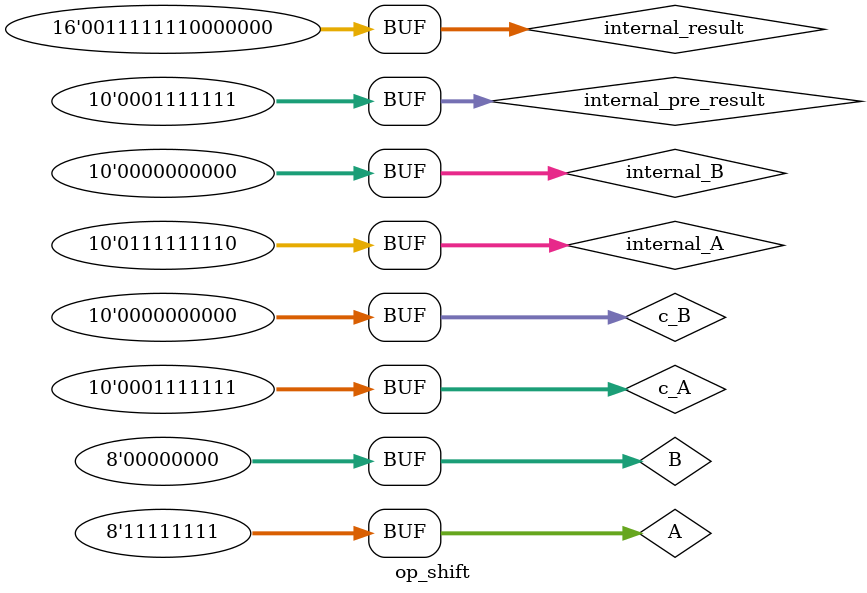
<source format=sv>
`timescale 1ns / 1ps


module op_shift();
  logic [15:0] internal_result;
  logic [9:0] internal_A, internal_B, internal_pre_result, c_A,c_B;
  logic [7:0] A, B;

  assign internal_A = {1'b0,A,1'b0};
  assign internal_B = {1'b0,B,1'b0};
  assign c_A = A>>1;
  assign c_B = B>>1;
  assign internal_pre_result = (A>>1) + (B>>1);
  assign internal_result = {internal_pre_result[8:0],7'd0};

  initial begin
    A = 8'hFF;
    B = 8'd0;
  end
endmodule

</source>
